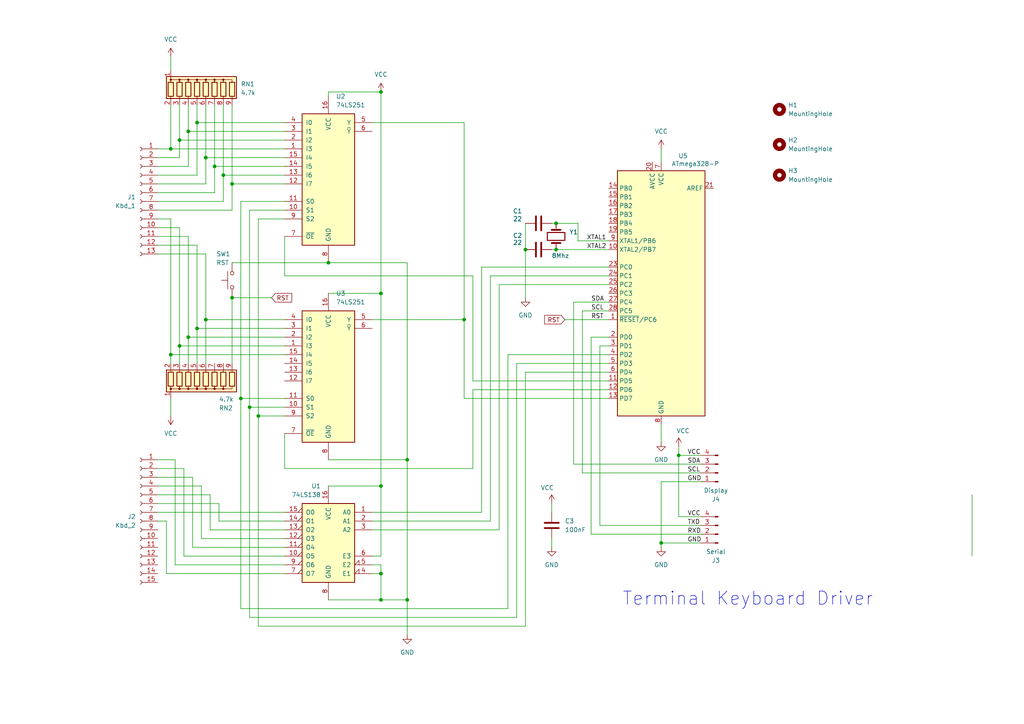
<source format=kicad_sch>
(kicad_sch (version 20231120) (generator "eeschema") (generator_version "8.0")
  (paper "A4")
  (lib_symbols
    (symbol "74xx:74LS138" (pin_names (offset 1.016))
      (property "Reference" "U" (at -7.62 11.43 0))
      (property "Value" "74LS138" (at -7.62 -13.97 0))
      (symbol "74LS138_1_0"
        (pin input line (at -12.7 7.62 0) (length 5.08) (name "A0") (number "1"))
        (pin output output_low (at 12.7 -5.08 180) (length 5.08) (name "O5") (number "10"))
        (pin output output_low (at 12.7 -2.54 180) (length 5.08) (name "O4") (number "11"))
        (pin output output_low (at 12.7 0 180) (length 5.08) (name "O3") (number "12"))
        (pin output output_low (at 12.7 2.54 180) (length 5.08) (name "O2") (number "13"))
        (pin output output_low (at 12.7 5.08 180) (length 5.08) (name "O1") (number "14"))
        (pin output output_low (at 12.7 7.62 180) (length 5.08) (name "O0") (number "15"))
        (pin power_in line (at 0 15.24 270) (length 5.08) (name "VCC") (number "16"))
        (pin input line (at -12.7 5.08 0) (length 5.08) (name "A1") (number "2"))
        (pin input line (at -12.7 2.54 0) (length 5.08) (name "A2") (number "3"))
        (pin input input_low (at -12.7 -10.16 0) (length 5.08) (name "E1") (number "4"))
        (pin input input_low (at -12.7 -7.62 0) (length 5.08) (name "E2") (number "5"))
        (pin input line (at -12.7 -5.08 0) (length 5.08) (name "E3") (number "6"))
        (pin output output_low (at 12.7 -10.16 180) (length 5.08) (name "O7") (number "7"))
        (pin power_in line (at 0 -17.78 90) (length 5.08) (name "GND") (number "8"))
        (pin output output_low (at 12.7 -7.62 180) (length 5.08) (name "O6") (number "9"))
      )
      (symbol "74LS138_1_1"
        (rectangle (start -7.62 10.16) (end 7.62 -12.7) (stroke (width 0.254)) (fill (type background)))
      )
    )
    (symbol "74xx:74LS251" (pin_names (offset 1.016))
      (property "Reference" "U" (at -7.62 19.05 0))
      (property "Value" "74LS251" (at -7.62 -21.59 0))
      (symbol "74LS251_1_0"
        (pin input line (at -12.7 7.62 0) (length 5.08) (name "I3") (number "1"))
        (pin input line (at -12.7 -10.16 0) (length 5.08) (name "S1") (number "10"))
        (pin input line (at -12.7 -7.62 0) (length 5.08) (name "S0") (number "11"))
        (pin input line (at -12.7 -2.54 0) (length 5.08) (name "I7") (number "12"))
        (pin input line (at -12.7 0 0) (length 5.08) (name "I6") (number "13"))
        (pin input line (at -12.7 2.54 0) (length 5.08) (name "I5") (number "14"))
        (pin input line (at -12.7 5.08 0) (length 5.08) (name "I4") (number "15"))
        (pin power_in line (at 0 22.86 270) (length 5.08) (name "VCC") (number "16"))
        (pin input line (at -12.7 10.16 0) (length 5.08) (name "I2") (number "2"))
        (pin input line (at -12.7 12.7 0) (length 5.08) (name "I1") (number "3"))
        (pin input line (at -12.7 15.24 0) (length 5.08) (name "I0") (number "4"))
        (pin tri_state line (at 12.7 15.24 180) (length 5.08) (name "Y") (number "5"))
        (pin tri_state line (at 12.7 12.7 180) (length 5.08) (name "~{Y}") (number "6"))
        (pin input line (at -12.7 -17.78 0) (length 5.08) (name "~{OE}") (number "7"))
        (pin power_in line (at 0 -25.4 90) (length 5.08) (name "GND") (number "8"))
        (pin input line (at -12.7 -12.7 0) (length 5.08) (name "S2") (number "9"))
      )
      (symbol "74LS251_1_1"
        (rectangle (start -7.62 17.78) (end 7.62 -20.32) (stroke (width 0.254)) (fill (type background)))
      )
    )
    (symbol "Connector:Conn_01x04_Pin" (pin_names (offset 1.016) hide)
      (property "Reference" "J" (at 0 5.08 0))
      (property "Value" "Conn_01x04_Pin" (at 0 -7.62 0))
      (symbol "Conn_01x04_Pin_1_1"
        (polyline (pts (xy 1.27 -5.08) (xy 0.8636 -5.08)) (stroke (width 0.1524)))
        (polyline (pts (xy 1.27 -2.54) (xy 0.8636 -2.54)) (stroke (width 0.1524)))
        (polyline (pts (xy 1.27 0) (xy 0.8636 0)) (stroke (width 0.1524)))
        (polyline (pts (xy 1.27 2.54) (xy 0.8636 2.54)) (stroke (width 0.1524)))
        (rectangle (start 0.8636 -4.953) (end 0 -5.207) (stroke (width 0.1524)) (fill (type outline)))
        (rectangle (start 0.8636 -2.413) (end 0 -2.667) (stroke (width 0.1524)) (fill (type outline)))
        (rectangle (start 0.8636 0.127) (end 0 -0.127) (stroke (width 0.1524)) (fill (type outline)))
        (rectangle (start 0.8636 2.667) (end 0 2.413) (stroke (width 0.1524)) (fill (type outline)))
        (pin passive line (at 5.08 2.54 180) (length 3.81) (name "Pin_1") (number "1"))
        (pin passive line (at 5.08 0 180) (length 3.81) (name "Pin_2") (number "2"))
        (pin passive line (at 5.08 -2.54 180) (length 3.81) (name "Pin_3") (number "3"))
        (pin passive line (at 5.08 -5.08 180) (length 3.81) (name "Pin_4") (number "4"))
      )
    )
    (symbol "Connector:Conn_01x13_Socket" (pin_names (offset 1.016) hide)
      (property "Reference" "J" (at 0 17.78 0))
      (property "Value" "Conn_01x13_Socket" (at 0 -17.78 0))
      (symbol "Conn_01x13_Socket_1_1"
        (arc (start 0 -14.732) (mid -0.5058 -15.24) (end 0 -15.748) (stroke (width 0.1524)))
        (arc (start 0 -12.192) (mid -0.5058 -12.7) (end 0 -13.208) (stroke (width 0.1524)))
        (arc (start 0 -9.652) (mid -0.5058 -10.16) (end 0 -10.668) (stroke (width 0.1524)))
        (arc (start 0 -7.112) (mid -0.5058 -7.62) (end 0 -8.128) (stroke (width 0.1524)))
        (arc (start 0 -4.572) (mid -0.5058 -5.08) (end 0 -5.588) (stroke (width 0.1524)))
        (arc (start 0 -2.032) (mid -0.5058 -2.54) (end 0 -3.048) (stroke (width 0.1524)))
        (polyline (pts (xy -1.27 -15.24) (xy -0.508 -15.24)) (stroke (width 0.1524)))
        (polyline (pts (xy -1.27 -12.7) (xy -0.508 -12.7)) (stroke (width 0.1524)))
        (polyline (pts (xy -1.27 -10.16) (xy -0.508 -10.16)) (stroke (width 0.1524)))
        (polyline (pts (xy -1.27 -7.62) (xy -0.508 -7.62)) (stroke (width 0.1524)))
        (polyline (pts (xy -1.27 -5.08) (xy -0.508 -5.08)) (stroke (width 0.1524)))
        (polyline (pts (xy -1.27 -2.54) (xy -0.508 -2.54)) (stroke (width 0.1524)))
        (polyline (pts (xy -1.27 0) (xy -0.508 0)) (stroke (width 0.1524)))
        (polyline (pts (xy -1.27 2.54) (xy -0.508 2.54)) (stroke (width 0.1524)))
        (polyline (pts (xy -1.27 5.08) (xy -0.508 5.08)) (stroke (width 0.1524)))
        (polyline (pts (xy -1.27 7.62) (xy -0.508 7.62)) (stroke (width 0.1524)))
        (polyline (pts (xy -1.27 10.16) (xy -0.508 10.16)) (stroke (width 0.1524)))
        (polyline (pts (xy -1.27 12.7) (xy -0.508 12.7)) (stroke (width 0.1524)))
        (polyline (pts (xy -1.27 15.24) (xy -0.508 15.24)) (stroke (width 0.1524)))
        (arc (start 0 0.508) (mid -0.5058 0) (end 0 -0.508) (stroke (width 0.1524)))
        (arc (start 0 3.048) (mid -0.5058 2.54) (end 0 2.032) (stroke (width 0.1524)))
        (arc (start 0 5.588) (mid -0.5058 5.08) (end 0 4.572) (stroke (width 0.1524)))
        (arc (start 0 8.128) (mid -0.5058 7.62) (end 0 7.112) (stroke (width 0.1524)))
        (arc (start 0 10.668) (mid -0.5058 10.16) (end 0 9.652) (stroke (width 0.1524)))
        (arc (start 0 13.208) (mid -0.5058 12.7) (end 0 12.192) (stroke (width 0.1524)))
        (arc (start 0 15.748) (mid -0.5058 15.24) (end 0 14.732) (stroke (width 0.1524)))
        (pin passive line (at -5.08 15.24 0) (length 3.81) (name "Pin_1") (number "1"))
        (pin passive line (at -5.08 -7.62 0) (length 3.81) (name "Pin_10") (number "10"))
        (pin passive line (at -5.08 -10.16 0) (length 3.81) (name "Pin_11") (number "11"))
        (pin passive line (at -5.08 -12.7 0) (length 3.81) (name "Pin_12") (number "12"))
        (pin passive line (at -5.08 -15.24 0) (length 3.81) (name "Pin_13") (number "13"))
        (pin passive line (at -5.08 12.7 0) (length 3.81) (name "Pin_2") (number "2"))
        (pin passive line (at -5.08 10.16 0) (length 3.81) (name "Pin_3") (number "3"))
        (pin passive line (at -5.08 7.62 0) (length 3.81) (name "Pin_4") (number "4"))
        (pin passive line (at -5.08 5.08 0) (length 3.81) (name "Pin_5") (number "5"))
        (pin passive line (at -5.08 2.54 0) (length 3.81) (name "Pin_6") (number "6"))
        (pin passive line (at -5.08 0 0) (length 3.81) (name "Pin_7") (number "7"))
        (pin passive line (at -5.08 -2.54 0) (length 3.81) (name "Pin_8") (number "8"))
        (pin passive line (at -5.08 -5.08 0) (length 3.81) (name "Pin_9") (number "9"))
      )
    )
    (symbol "Connector:Conn_01x15_Socket" (pin_names (offset 1.016) hide)
      (property "Reference" "J" (at 0 20.32 0))
      (property "Value" "Conn_01x15_Socket" (at 0 -20.32 0))
      (symbol "Conn_01x15_Socket_1_1"
        (arc (start 0 -17.272) (mid -0.5058 -17.78) (end 0 -18.288) (stroke (width 0.1524)))
        (arc (start 0 -14.732) (mid -0.5058 -15.24) (end 0 -15.748) (stroke (width 0.1524)))
        (arc (start 0 -12.192) (mid -0.5058 -12.7) (end 0 -13.208) (stroke (width 0.1524)))
        (arc (start 0 -9.652) (mid -0.5058 -10.16) (end 0 -10.668) (stroke (width 0.1524)))
        (arc (start 0 -7.112) (mid -0.5058 -7.62) (end 0 -8.128) (stroke (width 0.1524)))
        (arc (start 0 -4.572) (mid -0.5058 -5.08) (end 0 -5.588) (stroke (width 0.1524)))
        (arc (start 0 -2.032) (mid -0.5058 -2.54) (end 0 -3.048) (stroke (width 0.1524)))
        (polyline (pts (xy -1.27 -17.78) (xy -0.508 -17.78)) (stroke (width 0.1524)))
        (polyline (pts (xy -1.27 -15.24) (xy -0.508 -15.24)) (stroke (width 0.1524)))
        (polyline (pts (xy -1.27 -12.7) (xy -0.508 -12.7)) (stroke (width 0.1524)))
        (polyline (pts (xy -1.27 -10.16) (xy -0.508 -10.16)) (stroke (width 0.1524)))
        (polyline (pts (xy -1.27 -7.62) (xy -0.508 -7.62)) (stroke (width 0.1524)))
        (polyline (pts (xy -1.27 -5.08) (xy -0.508 -5.08)) (stroke (width 0.1524)))
        (polyline (pts (xy -1.27 -2.54) (xy -0.508 -2.54)) (stroke (width 0.1524)))
        (polyline (pts (xy -1.27 0) (xy -0.508 0)) (stroke (width 0.1524)))
        (polyline (pts (xy -1.27 2.54) (xy -0.508 2.54)) (stroke (width 0.1524)))
        (polyline (pts (xy -1.27 5.08) (xy -0.508 5.08)) (stroke (width 0.1524)))
        (polyline (pts (xy -1.27 7.62) (xy -0.508 7.62)) (stroke (width 0.1524)))
        (polyline (pts (xy -1.27 10.16) (xy -0.508 10.16)) (stroke (width 0.1524)))
        (polyline (pts (xy -1.27 12.7) (xy -0.508 12.7)) (stroke (width 0.1524)))
        (polyline (pts (xy -1.27 15.24) (xy -0.508 15.24)) (stroke (width 0.1524)))
        (polyline (pts (xy -1.27 17.78) (xy -0.508 17.78)) (stroke (width 0.1524)))
        (arc (start 0 0.508) (mid -0.5058 0) (end 0 -0.508) (stroke (width 0.1524)))
        (arc (start 0 3.048) (mid -0.5058 2.54) (end 0 2.032) (stroke (width 0.1524)))
        (arc (start 0 5.588) (mid -0.5058 5.08) (end 0 4.572) (stroke (width 0.1524)))
        (arc (start 0 8.128) (mid -0.5058 7.62) (end 0 7.112) (stroke (width 0.1524)))
        (arc (start 0 10.668) (mid -0.5058 10.16) (end 0 9.652) (stroke (width 0.1524)))
        (arc (start 0 13.208) (mid -0.5058 12.7) (end 0 12.192) (stroke (width 0.1524)))
        (arc (start 0 15.748) (mid -0.5058 15.24) (end 0 14.732) (stroke (width 0.1524)))
        (arc (start 0 18.288) (mid -0.5058 17.78) (end 0 17.272) (stroke (width 0.1524)))
        (pin passive line (at -5.08 17.78 0) (length 3.81) (name "Pin_1") (number "1"))
        (pin passive line (at -5.08 -5.08 0) (length 3.81) (name "Pin_10") (number "10"))
        (pin passive line (at -5.08 -7.62 0) (length 3.81) (name "Pin_11") (number "11"))
        (pin passive line (at -5.08 -10.16 0) (length 3.81) (name "Pin_12") (number "12"))
        (pin passive line (at -5.08 -12.7 0) (length 3.81) (name "Pin_13") (number "13"))
        (pin passive line (at -5.08 -15.24 0) (length 3.81) (name "Pin_14") (number "14"))
        (pin passive line (at -5.08 -17.78 0) (length 3.81) (name "Pin_15") (number "15"))
        (pin passive line (at -5.08 15.24 0) (length 3.81) (name "Pin_2") (number "2"))
        (pin passive line (at -5.08 12.7 0) (length 3.81) (name "Pin_3") (number "3"))
        (pin passive line (at -5.08 10.16 0) (length 3.81) (name "Pin_4") (number "4"))
        (pin passive line (at -5.08 7.62 0) (length 3.81) (name "Pin_5") (number "5"))
        (pin passive line (at -5.08 5.08 0) (length 3.81) (name "Pin_6") (number "6"))
        (pin passive line (at -5.08 2.54 0) (length 3.81) (name "Pin_7") (number "7"))
        (pin passive line (at -5.08 0 0) (length 3.81) (name "Pin_8") (number "8"))
        (pin passive line (at -5.08 -2.54 0) (length 3.81) (name "Pin_9") (number "9"))
      )
    )
    (symbol "Device:C" (pin_numbers hide) (pin_names (offset 0.254))
      (property "Reference" "C" (at 0.635 2.54 0))
      (property "Value" "C" (at 0.635 -2.54 0))
      (symbol "C_0_1"
        (polyline (pts (xy -2.032 -0.762) (xy 2.032 -0.762)) (stroke (width 0.508)))
        (polyline (pts (xy -2.032 0.762) (xy 2.032 0.762)) (stroke (width 0.508)))
      )
      (symbol "C_1_1"
        (pin passive line (at 0 3.81 270) (length 2.794) (name "~") (number "1"))
        (pin passive line (at 0 -3.81 90) (length 2.794) (name "~") (number "2"))
      )
    )
    (symbol "Device:Crystal" (pin_numbers hide) (pin_names (offset 1.016) hide)
      (property "Reference" "Y" (at 0 3.81 0))
      (property "Value" "Crystal" (at 0 -3.81 0))
      (symbol "Crystal_0_1"
        (rectangle (start -1.143 2.54) (end 1.143 -2.54) (stroke (width 0.3048)))
        (polyline (pts (xy -2.54 0) (xy -1.905 0)))
        (polyline (pts (xy -1.905 -1.27) (xy -1.905 1.27)) (stroke (width 0.508)))
        (polyline (pts (xy 1.905 -1.27) (xy 1.905 1.27)) (stroke (width 0.508)))
        (polyline (pts (xy 2.54 0) (xy 1.905 0)))
      )
      (symbol "Crystal_1_1"
        (pin passive line (at -3.81 0 0) (length 1.27) (name "1") (number "1"))
        (pin passive line (at 3.81 0 180) (length 1.27) (name "2") (number "2"))
      )
    )
    (symbol "Device:R_Network08" (pin_names (offset 0) hide)
      (property "Reference" "RN" (at -12.7 0 90))
      (property "Value" "R_Network08" (at 10.16 0 90))
      (symbol "R_Network08_0_1"
        (rectangle (start -11.43 -3.175) (end 8.89 3.175) (stroke (width 0.254)) (fill (type background)))
        (rectangle (start -10.922 1.524) (end -9.398 -2.54) (stroke (width 0.254)))
        (circle (center -10.16 2.286) (radius 0.254) (fill (type outline)))
        (rectangle (start -8.382 1.524) (end -6.858 -2.54) (stroke (width 0.254)))
        (circle (center -7.62 2.286) (radius 0.254) (fill (type outline)))
        (rectangle (start -5.842 1.524) (end -4.318 -2.54) (stroke (width 0.254)))
        (circle (center -5.08 2.286) (radius 0.254) (fill (type outline)))
        (rectangle (start -3.302 1.524) (end -1.778 -2.54) (stroke (width 0.254)))
        (circle (center -2.54 2.286) (radius 0.254) (fill (type outline)))
        (rectangle (start -0.762 1.524) (end 0.762 -2.54) (stroke (width 0.254)))
        (polyline (pts (xy -10.16 -2.54) (xy -10.16 -3.81)))
        (polyline (pts (xy -7.62 -2.54) (xy -7.62 -3.81)))
        (polyline (pts (xy -5.08 -2.54) (xy -5.08 -3.81)))
        (polyline (pts (xy -2.54 -2.54) (xy -2.54 -3.81)))
        (polyline (pts (xy 0 -2.54) (xy 0 -3.81)))
        (polyline (pts (xy 2.54 -2.54) (xy 2.54 -3.81)))
        (polyline (pts (xy 5.08 -2.54) (xy 5.08 -3.81)))
        (polyline (pts (xy 7.62 -2.54) (xy 7.62 -3.81)))
        (polyline (pts (xy -10.16 1.524) (xy -10.16 2.286) (xy -7.62 2.286) (xy -7.62 1.524)))
        (polyline (pts (xy -7.62 1.524) (xy -7.62 2.286) (xy -5.08 2.286) (xy -5.08 1.524)))
        (polyline (pts (xy -5.08 1.524) (xy -5.08 2.286) (xy -2.54 2.286) (xy -2.54 1.524)))
        (polyline (pts (xy -2.54 1.524) (xy -2.54 2.286) (xy 0 2.286) (xy 0 1.524)))
        (polyline (pts (xy 0 1.524) (xy 0 2.286) (xy 2.54 2.286) (xy 2.54 1.524)))
        (polyline (pts (xy 2.54 1.524) (xy 2.54 2.286) (xy 5.08 2.286) (xy 5.08 1.524)))
        (polyline (pts (xy 5.08 1.524) (xy 5.08 2.286) (xy 7.62 2.286) (xy 7.62 1.524)))
        (circle (center 0 2.286) (radius 0.254) (fill (type outline)))
        (rectangle (start 1.778 1.524) (end 3.302 -2.54) (stroke (width 0.254)))
        (circle (center 2.54 2.286) (radius 0.254) (fill (type outline)))
        (rectangle (start 4.318 1.524) (end 5.842 -2.54) (stroke (width 0.254)))
        (circle (center 5.08 2.286) (radius 0.254) (fill (type outline)))
        (rectangle (start 6.858 1.524) (end 8.382 -2.54) (stroke (width 0.254)))
      )
      (symbol "R_Network08_1_1"
        (pin passive line (at -10.16 5.08 270) (length 2.54) (name "common") (number "1"))
        (pin passive line (at -10.16 -5.08 90) (length 1.27) (name "R1") (number "2"))
        (pin passive line (at -7.62 -5.08 90) (length 1.27) (name "R2") (number "3"))
        (pin passive line (at -5.08 -5.08 90) (length 1.27) (name "R3") (number "4"))
        (pin passive line (at -2.54 -5.08 90) (length 1.27) (name "R4") (number "5"))
        (pin passive line (at 0 -5.08 90) (length 1.27) (name "R5") (number "6"))
        (pin passive line (at 2.54 -5.08 90) (length 1.27) (name "R6") (number "7"))
        (pin passive line (at 5.08 -5.08 90) (length 1.27) (name "R7") (number "8"))
        (pin passive line (at 7.62 -5.08 90) (length 1.27) (name "R8") (number "9"))
      )
    )
    (symbol "GND_1" (power) (pin_numbers hide) (pin_names (offset 0) hide)
      (property "Value" "GND" (at 0 -3.81 0))
      (symbol "GND_1_0_1"
        (polyline (pts (xy 0 0) (xy 0 -1.27) (xy 1.27 -1.27) (xy 0 -2.54) (xy -1.27 -1.27) (xy 0 -1.27)))
      )
      (symbol "GND_1_1_1"
        (pin power_in line (at 0 0 270) (length 0) (name "~") (number "1"))
      )
    )
    (symbol "GND_2" (power) (pin_numbers hide) (pin_names (offset 0) hide)
      (property "Value" "GND" (at 0 -3.81 0))
      (symbol "GND_2_0_1"
        (polyline (pts (xy 0 0) (xy 0 -1.27) (xy 1.27 -1.27) (xy 0 -2.54) (xy -1.27 -1.27) (xy 0 -1.27)))
      )
      (symbol "GND_2_1_1"
        (pin power_in line (at 0 0 270) (length 0) (name "~") (number "1"))
      )
    )
    (symbol "MCU_Microchip_ATmega:ATmega328-P"
      (property "Reference" "U" (at -12.7 36.83 0))
      (property "Value" "ATmega328-P" (at 2.54 -36.83 0))
      (symbol "ATmega328-P_0_1"
        (rectangle (start -12.7 -35.56) (end 12.7 35.56) (stroke (width 0.254)) (fill (type background)))
      )
      (symbol "ATmega328-P_1_1"
        (pin bidirectional line (at 15.24 -7.62 180) (length 2.54) (name "~{RESET}/PC6") (number "1"))
        (pin bidirectional line (at 15.24 12.7 180) (length 2.54) (name "XTAL2/PB7") (number "10"))
        (pin bidirectional line (at 15.24 -25.4 180) (length 2.54) (name "PD5") (number "11"))
        (pin bidirectional line (at 15.24 -27.94 180) (length 2.54) (name "PD6") (number "12"))
        (pin bidirectional line (at 15.24 -30.48 180) (length 2.54) (name "PD7") (number "13"))
        (pin bidirectional line (at 15.24 30.48 180) (length 2.54) (name "PB0") (number "14"))
        (pin bidirectional line (at 15.24 27.94 180) (length 2.54) (name "PB1") (number "15"))
        (pin bidirectional line (at 15.24 25.4 180) (length 2.54) (name "PB2") (number "16"))
        (pin bidirectional line (at 15.24 22.86 180) (length 2.54) (name "PB3") (number "17"))
        (pin bidirectional line (at 15.24 20.32 180) (length 2.54) (name "PB4") (number "18"))
        (pin bidirectional line (at 15.24 17.78 180) (length 2.54) (name "PB5") (number "19"))
        (pin bidirectional line (at 15.24 -12.7 180) (length 2.54) (name "PD0") (number "2"))
        (pin power_in line (at 2.54 38.1 270) (length 2.54) (name "AVCC") (number "20"))
        (pin passive line (at -15.24 30.48 0) (length 2.54) (name "AREF") (number "21"))
        (pin passive line (at 0 -38.1 90) (length 2.54) hide (name "GND") (number "22"))
        (pin bidirectional line (at 15.24 7.62 180) (length 2.54) (name "PC0") (number "23"))
        (pin bidirectional line (at 15.24 5.08 180) (length 2.54) (name "PC1") (number "24"))
        (pin bidirectional line (at 15.24 2.54 180) (length 2.54) (name "PC2") (number "25"))
        (pin bidirectional line (at 15.24 0 180) (length 2.54) (name "PC3") (number "26"))
        (pin bidirectional line (at 15.24 -2.54 180) (length 2.54) (name "PC4") (number "27"))
        (pin bidirectional line (at 15.24 -5.08 180) (length 2.54) (name "PC5") (number "28"))
        (pin bidirectional line (at 15.24 -15.24 180) (length 2.54) (name "PD1") (number "3"))
        (pin bidirectional line (at 15.24 -17.78 180) (length 2.54) (name "PD2") (number "4"))
        (pin bidirectional line (at 15.24 -20.32 180) (length 2.54) (name "PD3") (number "5"))
        (pin bidirectional line (at 15.24 -22.86 180) (length 2.54) (name "PD4") (number "6"))
        (pin power_in line (at 0 38.1 270) (length 2.54) (name "VCC") (number "7"))
        (pin power_in line (at 0 -38.1 90) (length 2.54) (name "GND") (number "8"))
        (pin bidirectional line (at 15.24 15.24 180) (length 2.54) (name "XTAL1/PB6") (number "9"))
      )
    )
    (symbol "Mechanical:MountingHole" (pin_names (offset 1.016)) (exclude_from_sim yes) (in_bom no)
      (property "Reference" "H" (at 0 5.08 0))
      (property "Value" "MountingHole" (at 0 3.175 0))
      (symbol "MountingHole_0_1"
        (circle (center 0 0) (radius 1.27) (stroke (width 1.27)))
      )
    )
    (symbol "Switch:SW_Push" (pin_numbers hide) (pin_names (offset 1.016) hide)
      (property "Reference" "SW" (at 1.27 2.54 0))
      (property "Value" "SW_Push" (at 0 -1.524 0))
      (symbol "SW_Push_0_1"
        (circle (center -2.032 0) (radius 0.508))
        (polyline (pts (xy 0 1.27) (xy 0 3.048)))
        (polyline (pts (xy 2.54 1.27) (xy -2.54 1.27)))
        (circle (center 2.032 0) (radius 0.508))
        (pin passive line (at -5.08 0 0) (length 2.54) (name "1") (number "1"))
        (pin passive line (at 5.08 0 180) (length 2.54) (name "2") (number "2"))
      )
    )
    (symbol "VCC_1" (power) (pin_numbers hide) (pin_names (offset 0) hide)
      (property "Value" "VCC" (at 0 3.556 0))
      (symbol "VCC_1_0_1"
        (polyline (pts (xy -0.762 1.27) (xy 0 2.54)))
        (polyline (pts (xy 0 0) (xy 0 2.54)))
        (polyline (pts (xy 0 2.54) (xy 0.762 1.27)))
      )
      (symbol "VCC_1_1_1"
        (pin power_in line (at 0 0 90) (length 0) (name "~") (number "1"))
      )
    )
    (symbol "VCC_2" (power) (pin_numbers hide) (pin_names (offset 0) hide)
      (property "Value" "VCC" (at 0 3.556 0))
      (symbol "VCC_2_0_1"
        (polyline (pts (xy -0.762 1.27) (xy 0 2.54)))
        (polyline (pts (xy 0 0) (xy 0 2.54)))
        (polyline (pts (xy 0 2.54) (xy 0.762 1.27)))
      )
      (symbol "VCC_2_1_1"
        (pin power_in line (at 0 0 90) (length 0) (name "~") (number "1"))
      )
    )
    (symbol "power:GND" (power) (pin_names (offset 0))
      (property "Value" "GND" (at 0 -3.81 0))
      (symbol "GND_0_1"
        (polyline (pts (xy 0 0) (xy 0 -1.27) (xy 1.27 -1.27) (xy 0 -2.54) (xy -1.27 -1.27) (xy 0 -1.27)))
      )
      (symbol "GND_1_1"
        (pin power_in line (at 0 0 270) (length 0) hide (name "GND") (number "1"))
      )
    )
    (symbol "power:VCC" (power) (pin_names (offset 0))
      (property "Value" "VCC" (at 0 3.81 0))
      (symbol "VCC_0_1"
        (polyline (pts (xy -0.762 1.27) (xy 0 2.54)))
        (polyline (pts (xy 0 0) (xy 0 2.54)))
        (polyline (pts (xy 0 2.54) (xy 0.762 1.27)))
      )
      (symbol "VCC_1_1"
        (pin power_in line (at 0 0 90) (length 0) hide (name "VCC") (number "1"))
      )
    )
  )
  (junction (at 49.53 43.18))
  (junction (at 134.62 92.71))
  (junction (at 110.49 26.67))
  (junction (at 110.49 85.09))
  (junction (at 67.31 86.36))
  (junction (at 161.29 72.39))
  (junction (at 67.31 53.34))
  (junction (at 52.07 40.64))
  (junction (at 110.49 140.97))
  (junction (at 49.53 102.87))
  (junction (at 95.25 76.2))
  (junction (at 110.49 166.37))
  (junction (at 72.39 118.11))
  (junction (at 59.69 92.71))
  (junction (at 110.49 173.99))
  (junction (at 161.29 64.77))
  (junction (at 191.77 157.48))
  (junction (at 62.23 48.26))
  (junction (at 118.11 173.99))
  (junction (at 57.15 35.56))
  (junction (at 118.11 133.35))
  (junction (at 59.69 45.72))
  (junction (at 152.4 72.39))
  (junction (at 69.85 115.57))
  (junction (at 64.77 50.8))
  (junction (at 57.15 95.25))
  (junction (at 196.85 132.08))
  (junction (at 54.61 38.1))
  (junction (at 52.07 100.33))
  (junction (at 74.93 120.65))
  (junction (at 54.61 97.79))
  (wire (pts (xy 45.72 60.96) (xy 67.31 60.96)))
  (wire (pts (xy 54.61 48.26) (xy 54.61 38.1)))
  (wire (pts (xy 161.29 72.39) (xy 176.53 72.39)))
  (wire (pts (xy 64.77 58.42) (xy 64.77 50.8)))
  (wire (pts (xy 57.15 95.25) (xy 57.15 71.12)))
  (wire (pts (xy 54.61 97.79) (xy 82.55 97.79)))
  (wire (pts (xy 67.31 86.36) (xy 67.31 105.41)))
  (wire (pts (xy 191.77 157.48) (xy 191.77 158.75)))
  (wire (pts (xy 167.64 69.85) (xy 176.53 69.85)))
  (wire (pts (xy 118.11 173.99) (xy 118.11 184.15)))
  (wire (pts (xy 53.34 135.89) (xy 53.34 161.29)))
  (wire (pts (xy 62.23 30.48) (xy 62.23 48.26)))
  (wire (pts (xy 63.5 151.13) (xy 82.55 151.13)))
  (wire (pts (xy 50.8 163.83) (xy 50.8 133.35)))
  (wire (pts (xy 139.7 77.47) (xy 176.53 77.47)))
  (wire (pts (xy 176.53 115.57) (xy 134.62 115.57)))
  (wire (pts (xy 45.72 146.05) (xy 63.5 146.05)))
  (wire (pts (xy 54.61 30.48) (xy 54.61 38.1)))
  (wire (pts (xy 45.72 48.26) (xy 54.61 48.26)))
  (wire (pts (xy 107.95 153.67) (xy 144.78 153.67)))
  (wire (pts (xy 45.72 68.58) (xy 54.61 68.58)))
  (wire (pts (xy 52.07 30.48) (xy 52.07 40.64)))
  (wire (pts (xy 110.49 166.37) (xy 110.49 173.99)))
  (wire (pts (xy 196.85 129.54) (xy 196.85 132.08)))
  (wire (pts (xy 72.39 118.11) (xy 72.39 179.07)))
  (wire (pts (xy 118.11 133.35) (xy 118.11 173.99)))
  (wire (pts (xy 191.77 123.19) (xy 191.77 128.27)))
  (wire (pts (xy 171.45 97.79) (xy 171.45 154.94)))
  (wire (pts (xy 167.64 64.77) (xy 167.64 69.85)))
  (wire (pts (xy 74.93 120.65) (xy 74.93 63.5)))
  (wire (pts (xy 134.62 92.71) (xy 134.62 115.57)))
  (wire (pts (xy 54.61 38.1) (xy 82.55 38.1)))
  (wire (pts (xy 54.61 97.79) (xy 54.61 68.58)))
  (wire (pts (xy 149.86 105.41) (xy 149.86 179.07)))
  (wire (pts (xy 45.72 50.8) (xy 57.15 50.8)))
  (wire (pts (xy 107.95 161.29) (xy 110.49 161.29)))
  (wire (pts (xy 144.78 82.55) (xy 176.53 82.55)))
  (wire (pts (xy 152.4 72.39) (xy 152.4 86.36)))
  (wire (pts (xy 64.77 50.8) (xy 82.55 50.8)))
  (wire (pts (xy 60.96 143.51) (xy 60.96 153.67)))
  (wire (pts (xy 110.49 173.99) (xy 118.11 173.99)))
  (wire (pts (xy 160.02 146.05) (xy 160.02 148.59)))
  (wire (pts (xy 53.34 161.29) (xy 82.55 161.29)))
  (wire (pts (xy 137.16 135.89) (xy 137.16 113.03)))
  (wire (pts (xy 82.55 115.57) (xy 69.85 115.57)))
  (wire (pts (xy 67.31 30.48) (xy 67.31 53.34)))
  (wire (pts (xy 57.15 71.12) (xy 45.72 71.12)))
  (wire (pts (xy 69.85 115.57) (xy 69.85 58.42)))
  (wire (pts (xy 52.07 45.72) (xy 52.07 40.64)))
  (wire (pts (xy 67.31 86.36) (xy 78.74 86.36)))
  (wire (pts (xy 45.72 55.88) (xy 62.23 55.88)))
  (wire (pts (xy 49.53 102.87) (xy 49.53 105.41)))
  (wire (pts (xy 137.16 113.03) (xy 176.53 113.03)))
  (wire (pts (xy 49.53 115.57) (xy 49.53 120.65)))
  (wire (pts (xy 176.53 110.49) (xy 137.16 110.49)))
  (wire (pts (xy 196.85 132.08) (xy 196.85 149.86)))
  (wire (pts (xy 74.93 63.5) (xy 82.55 63.5)))
  (wire (pts (xy 55.88 138.43) (xy 55.88 158.75)))
  (wire (pts (xy 166.37 87.63) (xy 166.37 134.62)))
  (wire (pts (xy 48.26 166.37) (xy 82.55 166.37)))
  (wire (pts (xy 59.69 92.71) (xy 59.69 73.66)))
  (wire (pts (xy 144.78 153.67) (xy 144.78 82.55)))
  (wire (pts (xy 95.25 133.35) (xy 118.11 133.35)))
  (wire (pts (xy 95.25 27.94) (xy 95.25 26.67)))
  (wire (pts (xy 95.25 85.09) (xy 110.49 85.09)))
  (wire (pts (xy 152.4 64.77) (xy 152.4 72.39)))
  (wire (pts (xy 60.96 153.67) (xy 82.55 153.67)))
  (wire (pts (xy 49.53 102.87) (xy 82.55 102.87)))
  (wire (pts (xy 52.07 100.33) (xy 52.07 66.04)))
  (wire (pts (xy 62.23 48.26) (xy 82.55 48.26)))
  (wire (pts (xy 57.15 95.25) (xy 82.55 95.25)))
  (wire (pts (xy 110.49 85.09) (xy 110.49 140.97)))
  (wire (pts (xy 166.37 87.63) (xy 176.53 87.63)))
  (wire (pts (xy 67.31 76.2) (xy 95.25 76.2)))
  (wire (pts (xy 142.24 80.01) (xy 176.53 80.01)))
  (wire (pts (xy 142.24 151.13) (xy 107.95 151.13)))
  (wire (pts (xy 82.55 68.58) (xy 82.55 80.01)))
  (wire (pts (xy 49.53 63.5) (xy 45.72 63.5)))
  (wire (pts (xy 110.49 140.97) (xy 95.25 140.97)))
  (wire (pts (xy 49.53 30.48) (xy 49.53 43.18)))
  (wire (pts (xy 50.8 133.35) (xy 45.72 133.35)))
  (wire (pts (xy 110.49 140.97) (xy 110.49 161.29)))
  (wire (pts (xy 139.7 148.59) (xy 107.95 148.59)))
  (wire (pts (xy 54.61 97.79) (xy 54.61 105.41)))
  (wire (pts (xy 134.62 35.56) (xy 134.62 92.71)))
  (wire (pts (xy 45.72 45.72) (xy 52.07 45.72)))
  (wire (pts (xy 57.15 95.25) (xy 57.15 105.41)))
  (wire (pts (xy 69.85 115.57) (xy 69.85 176.53)))
  (wire (pts (xy 58.42 156.21) (xy 82.55 156.21)))
  (wire (pts (xy 107.95 166.37) (xy 110.49 166.37)))
  (wire (pts (xy 57.15 35.56) (xy 82.55 35.56)))
  (wire (pts (xy 191.77 157.48) (xy 203.2 157.48)))
  (wire (pts (xy 48.26 166.37) (xy 48.26 151.13)))
  (wire (pts (xy 107.95 35.56) (xy 134.62 35.56)))
  (wire (pts (xy 57.15 50.8) (xy 57.15 35.56)))
  (wire (pts (xy 203.2 132.08) (xy 196.85 132.08)))
  (wire (pts (xy 62.23 55.88) (xy 62.23 48.26)))
  (wire (pts (xy 161.29 64.77) (xy 167.64 64.77)))
  (wire (pts (xy 160.02 72.39) (xy 161.29 72.39)))
  (wire (pts (xy 110.49 26.67) (xy 110.49 85.09)))
  (wire (pts (xy 160.02 64.77) (xy 161.29 64.77)))
  (wire (pts (xy 107.95 92.71) (xy 134.62 92.71)))
  (wire (pts (xy 82.55 118.11) (xy 72.39 118.11)))
  (wire (pts (xy 173.99 100.33) (xy 173.99 152.4)))
  (wire (pts (xy 147.32 102.87) (xy 147.32 176.53)))
  (wire (pts (xy 163.83 92.71) (xy 176.53 92.71)))
  (wire (pts (xy 137.16 80.01) (xy 137.16 110.49)))
  (wire (pts (xy 72.39 60.96) (xy 82.55 60.96)))
  (wire (pts (xy 203.2 139.7) (xy 191.77 139.7)))
  (wire (pts (xy 152.4 107.95) (xy 176.53 107.95)))
  (wire (pts (xy 142.24 80.01) (xy 142.24 151.13)))
  (wire (pts (xy 64.77 30.48) (xy 64.77 50.8)))
  (wire (pts (xy 139.7 77.47) (xy 139.7 148.59)))
  (wire (pts (xy 281.94 161.29) (xy 281.94 143.51)))
  (wire (pts (xy 118.11 76.2) (xy 118.11 133.35)))
  (wire (pts (xy 58.42 140.97) (xy 58.42 156.21)))
  (wire (pts (xy 63.5 146.05) (xy 63.5 151.13)))
  (wire (pts (xy 160.02 156.21) (xy 160.02 158.75)))
  (wire (pts (xy 52.07 40.64) (xy 82.55 40.64)))
  (wire (pts (xy 52.07 100.33) (xy 52.07 105.41)))
  (wire (pts (xy 52.07 66.04) (xy 45.72 66.04)))
  (wire (pts (xy 95.25 173.99) (xy 110.49 173.99)))
  (wire (pts (xy 173.99 152.4) (xy 203.2 152.4)))
  (wire (pts (xy 176.53 97.79) (xy 171.45 97.79)))
  (wire (pts (xy 69.85 176.53) (xy 147.32 176.53)))
  (wire (pts (xy 168.91 137.16) (xy 203.2 137.16)))
  (wire (pts (xy 45.72 43.18) (xy 49.53 43.18)))
  (wire (pts (xy 196.85 149.86) (xy 203.2 149.86)))
  (wire (pts (xy 95.25 76.2) (xy 118.11 76.2)))
  (wire (pts (xy 95.25 26.67) (xy 110.49 26.67)))
  (wire (pts (xy 110.49 163.83) (xy 110.49 166.37)))
  (wire (pts (xy 45.72 140.97) (xy 58.42 140.97)))
  (wire (pts (xy 45.72 58.42) (xy 64.77 58.42)))
  (wire (pts (xy 59.69 45.72) (xy 82.55 45.72)))
  (wire (pts (xy 49.53 43.18) (xy 82.55 43.18)))
  (wire (pts (xy 107.95 163.83) (xy 110.49 163.83)))
  (wire (pts (xy 166.37 134.62) (xy 203.2 134.62)))
  (wire (pts (xy 45.72 135.89) (xy 53.34 135.89)))
  (wire (pts (xy 57.15 30.48) (xy 57.15 35.56)))
  (wire (pts (xy 45.72 53.34) (xy 59.69 53.34)))
  (wire (pts (xy 52.07 100.33) (xy 82.55 100.33)))
  (wire (pts (xy 82.55 80.01) (xy 137.16 80.01)))
  (wire (pts (xy 82.55 163.83) (xy 50.8 163.83)))
  (wire (pts (xy 149.86 105.41) (xy 176.53 105.41)))
  (wire (pts (xy 191.77 43.18) (xy 191.77 46.99)))
  (wire (pts (xy 147.32 102.87) (xy 176.53 102.87)))
  (wire (pts (xy 191.77 139.7) (xy 191.77 157.48)))
  (wire (pts (xy 45.72 138.43) (xy 55.88 138.43)))
  (wire (pts (xy 82.55 120.65) (xy 74.93 120.65)))
  (wire (pts (xy 59.69 73.66) (xy 45.72 73.66)))
  (wire (pts (xy 59.69 92.71) (xy 82.55 92.71)))
  (wire (pts (xy 49.53 102.87) (xy 49.53 63.5)))
  (wire (pts (xy 59.69 105.41) (xy 59.69 92.71)))
  (wire (pts (xy 168.91 90.17) (xy 176.53 90.17)))
  (wire (pts (xy 72.39 118.11) (xy 72.39 60.96)))
  (wire (pts (xy 72.39 179.07) (xy 149.86 179.07)))
  (wire (pts (xy 48.26 151.13) (xy 45.72 151.13)))
  (wire (pts (xy 49.53 16.51) (xy 49.53 20.32)))
  (wire (pts (xy 168.91 90.17) (xy 168.91 137.16)))
  (wire (pts (xy 59.69 30.48) (xy 59.69 45.72)))
  (wire (pts (xy 171.45 154.94) (xy 203.2 154.94)))
  (wire (pts (xy 176.53 100.33) (xy 173.99 100.33)))
  (wire (pts (xy 67.31 53.34) (xy 82.55 53.34)))
  (wire (pts (xy 55.88 158.75) (xy 82.55 158.75)))
  (wire (pts (xy 59.69 53.34) (xy 59.69 45.72)))
  (wire (pts (xy 45.72 143.51) (xy 60.96 143.51)))
  (wire (pts (xy 69.85 58.42) (xy 82.55 58.42)))
  (wire (pts (xy 152.4 107.95) (xy 152.4 181.61)))
  (wire (pts (xy 82.55 135.89) (xy 137.16 135.89)))
  (wire (pts (xy 74.93 120.65) (xy 74.93 181.61)))
  (wire (pts (xy 45.72 148.59) (xy 82.55 148.59)))
  (wire (pts (xy 74.93 181.61) (xy 152.4 181.61)))
  (wire (pts (xy 82.55 125.73) (xy 82.55 135.89)))
  (wire (pts (xy 67.31 60.96) (xy 67.31 53.34)))
  (text "Terminal Keyboard Driver" (at 216.916 173.736 0) (effects (font (size 3.81 3.81))))
  (label "VCC" (at 199.39 132.08 0))
  (label "GND" (at 199.39 139.7 0))
  (label "SCL" (at 171.45 90.17 0))
  (label "RXD" (at 199.39 154.94 0))
  (label "RST" (at 171.45 92.71 0))
  (label "SDA" (at 199.39 134.62 0))
  (label "XTAL1" (at 170.18 69.85 0))
  (label "TXD" (at 199.39 152.4 0))
  (label "XTAL2" (at 170.18 72.39 0))
  (label "GND" (at 199.39 157.48 0))
  (label "VCC" (at 199.39 149.86 0))
  (label "SDA" (at 171.45 87.63 0))
  (label "SCL" (at 199.39 137.16 0))
  (global_label "RST" (shape input) (at 78.74 86.36 0) (property "Intersheetrefs" "${INTERSHEET_REFS}" (effects (hide yes))))
  (global_label "RST" (shape input) (at 163.83 92.71 180) (property "Intersheetrefs" "${INTERSHEET_REFS}" (effects (hide yes))))
  (symbol (lib_id "power:VCC") (at 49.53 16.51 0) (unit 1)
    (property "Reference" "#PWR03" (effects (hide yes)))
    (property "Value" "VCC" (at 49.53 11.43 0))
  )
  (symbol (lib_id "Device:R_Network08") (at 59.69 110.49 0) (mirror x) (unit 1)
    (property "Reference" "RN2" (at 63.5 118.364 0) (effects (justify left)))
    (property "Value" "4.7k" (at 63.5 115.824 0) (effects (justify left)))
    (property "Footprint" "Resistor_THT:R_Array_SIP9" (effects (hide yes)))
    (property "Datasheet" "http://www.vishay.com/docs/31509/csc.pdf" (effects (hide yes)))
    (property "Description" "8 resistor network, star topology, bussed resistors, small symbol" (effects (hide yes)))
  )
  (symbol (lib_name "GND_1") (lib_id "power:GND") (at 191.77 128.27 0) (unit 1)
    (property "Reference" "#PWR05" (effects (hide yes)))
    (property "Value" "GND" (at 191.77 133.35 0))
    (property "Description" "Power symbol creates a global label with name \"GND\" , ground" (effects (hide yes)))
  )
  (symbol (lib_id "Connector:Conn_01x15_Socket") (at 40.64 151.13 0) (mirror y) (unit 1)
    (property "Reference" "J2" (at 39.37 149.86 0) (effects (justify left)))
    (property "Value" "Kbd_2" (at 39.37 152.4 0) (effects (justify left)))
    (property "Footprint" "Connector_PinSocket_2.54mm:PinSocket_1x15_P2.54mm_Vertical" (effects (hide yes)))
  )
  (symbol (lib_id "power:GND") (at 152.4 86.36 0) (unit 1)
    (property "Reference" "#PWR07" (effects (hide yes)))
    (property "Value" "GND" (at 152.4 91.44 0))
    (property "Description" "Power symbol creates a global label with name \"GND\" , ground" (effects (hide yes)))
  )
  (symbol (lib_id "Device:C") (at 156.21 64.77 90) (unit 1)
    (property "Reference" "C1" (at 150.114 61.214 90))
    (property "Value" "22" (at 150.114 63.5 90))
    (property "Footprint" "Capacitor_THT:C_Disc_D5.0mm_W2.5mm_P2.50mm" (effects (hide yes)))
    (property "Description" "Unpolarized capacitor" (effects (hide yes)))
  )
  (symbol (lib_id "power:VCC") (at 110.49 26.67 0) (unit 1)
    (property "Reference" "#PWR02" (effects (hide yes)))
    (property "Value" "VCC" (at 110.49 21.59 0))
  )
  (symbol (lib_id "Device:C") (at 160.02 152.4 0) (unit 1)
    (property "Reference" "C3" (at 163.83 151.1299 0) (effects (justify left)))
    (property "Value" "100nF" (at 163.83 153.6699 0) (effects (justify left)))
    (property "Footprint" "Capacitor_THT:C_Disc_D5.0mm_W2.5mm_P5.00mm" (effects (hide yes)))
    (property "Description" "Unpolarized capacitor" (effects (hide yes)))
  )
  (symbol (lib_id "Device:R_Network08") (at 59.69 25.4 0) (unit 1)
    (property "Reference" "RN1" (at 69.85 24.3839 0) (effects (justify left)))
    (property "Value" "4.7k" (at 69.85 26.9239 0) (effects (justify left)))
    (property "Footprint" "Resistor_THT:R_Array_SIP9" (effects (hide yes)))
    (property "Datasheet" "http://www.vishay.com/docs/31509/csc.pdf" (effects (hide yes)))
    (property "Description" "8 resistor network, star topology, bussed resistors, small symbol" (effects (hide yes)))
  )
  (symbol (lib_id "Mechanical:MountingHole") (at 226.06 41.91 0) (unit 1) (exclude_from_sim yes) (in_bom no)
    (property "Reference" "H2" (at 228.6 40.6399 0) (effects (justify left)))
    (property "Value" "MountingHole" (at 228.6 43.1799 0) (effects (justify left)))
    (property "Footprint" "MountingHole:MountingHole_2.5mm" (effects (hide yes)))
    (property "Description" "Mounting Hole without connection" (effects (hide yes)))
  )
  (symbol (lib_id "MCU_Microchip_ATmega:ATmega328-P") (at 191.77 85.09 0) (mirror y) (unit 1)
    (property "Reference" "U5" (at 198.12 45.212 0))
    (property "Value" "ATmega328-P" (at 201.676 47.498 0))
    (property "Footprint" "Package_DIP:DIP-28_W7.62mm" (effects (hide yes)))
    (property "Datasheet" "http://ww1.microchip.com/downloads/en/DeviceDoc/ATmega328_P%20AVR%20MCU%20with%20picoPower%20Technology%20Data%20Sheet%2040001984A.pdf" (effects (hide yes)))
    (property "Description" "20MHz, 32kB Flash, 2kB SRAM, 1kB EEPROM, DIP-28" (effects (hide yes)))
  )
  (symbol (lib_id "Connector:Conn_01x04_Pin") (at 208.28 154.94 180) (unit 1)
    (property "Reference" "J3" (at 207.645 162.56 0))
    (property "Value" "Serial" (at 207.645 160.02 0))
    (property "Footprint" "Connector_PinHeader_2.54mm:PinHeader_1x04_P2.54mm_Horizontal" (effects (hide yes)))
    (property "Description" "Generic connector, single row, 01x04, script generated" (effects (hide yes)))
  )
  (symbol (lib_name "VCC_1") (lib_id "power:VCC") (at 191.77 43.18 0) (unit 1)
    (property "Reference" "#PWR04" (effects (hide yes)))
    (property "Value" "VCC" (at 191.77 38.1 0))
    (property "Description" "Power symbol creates a global label with name \"VCC\"" (effects (hide yes)))
  )
  (symbol (lib_id "power:VCC") (at 49.53 120.65 180) (unit 1)
    (property "Reference" "#PWR06" (effects (hide yes)))
    (property "Value" "VCC" (at 49.53 125.73 0))
  )
  (symbol (lib_id "74xx:74LS251") (at 95.25 50.8 0) (unit 1)
    (property "Reference" "U2" (at 97.4441 27.94 0) (effects (justify left)))
    (property "Value" "74LS251" (at 97.4441 30.48 0) (effects (justify left)))
    (property "Footprint" "Package_DIP:DIP-16_W7.62mm" (effects (hide yes)))
    (property "Datasheet" "http://www.ti.com/lit/gpn/sn74LS251" (effects (hide yes)))
  )
  (symbol (lib_name "GND_2") (lib_id "power:GND") (at 160.02 158.75 0) (unit 1)
    (property "Reference" "#PWR011" (effects (hide yes)))
    (property "Value" "GND" (at 160.02 163.83 0))
    (property "Description" "Power symbol creates a global label with name \"GND\" , ground" (effects (hide yes)))
  )
  (symbol (lib_id "74xx:74LS138") (at 95.25 156.21 0) (mirror y) (unit 1)
    (property "Reference" "U1" (at 93.0559 140.97 0) (effects (justify left)))
    (property "Value" "74LS138" (at 93.0559 143.51 0) (effects (justify left)))
    (property "Footprint" "Package_DIP:DIP-16_W7.62mm" (effects (hide yes)))
    (property "Datasheet" "http://www.ti.com/lit/gpn/sn74LS138" (effects (hide yes)))
  )
  (symbol (lib_name "VCC_2") (lib_id "power:VCC") (at 196.85 129.54 0) (unit 1)
    (property "Reference" "#PWR09" (effects (hide yes)))
    (property "Value" "VCC" (at 198.12 124.968 0))
    (property "Description" "Power symbol creates a global label with name \"VCC\"" (effects (hide yes)))
  )
  (symbol (lib_id "Mechanical:MountingHole") (at 226.06 31.75 0) (unit 1) (exclude_from_sim yes) (in_bom no)
    (property "Reference" "H1" (at 228.6 30.4799 0) (effects (justify left)))
    (property "Value" "MountingHole" (at 228.6 33.0199 0) (effects (justify left)))
    (property "Footprint" "MountingHole:MountingHole_2.5mm" (effects (hide yes)))
    (property "Description" "Mounting Hole without connection" (effects (hide yes)))
  )
  (symbol (lib_id "74xx:74LS251") (at 95.25 107.95 0) (unit 1)
    (property "Reference" "U3" (at 97.4441 85.09 0) (effects (justify left)))
    (property "Value" "74LS251" (at 97.4441 87.63 0) (effects (justify left)))
    (property "Footprint" "Package_DIP:DIP-16_W7.62mm" (effects (hide yes)))
    (property "Datasheet" "http://www.ti.com/lit/gpn/sn74LS251" (effects (hide yes)))
  )
  (symbol (lib_id "Connector:Conn_01x13_Socket") (at 40.64 58.42 0) (mirror y) (unit 1)
    (property "Reference" "J1" (at 39.37 57.15 0) (effects (justify left)))
    (property "Value" "Kbd_1" (at 39.37 59.69 0) (effects (justify left)))
    (property "Footprint" "Connector_PinSocket_2.54mm:PinSocket_1x13_P2.54mm_Vertical" (effects (hide yes)))
  )
  (symbol (lib_name "VCC_2") (lib_id "power:VCC") (at 160.02 146.05 0) (mirror y) (unit 1)
    (property "Reference" "#PWR010" (effects (hide yes)))
    (property "Value" "VCC" (at 158.75 141.478 0))
    (property "Description" "Power symbol creates a global label with name \"VCC\"" (effects (hide yes)))
  )
  (symbol (lib_id "Mechanical:MountingHole") (at 226.06 50.8 0) (unit 1) (exclude_from_sim yes) (in_bom no)
    (property "Reference" "H3" (at 228.6 49.5299 0) (effects (justify left)))
    (property "Value" "MountingHole" (at 228.6 52.0699 0) (effects (justify left)))
    (property "Footprint" "MountingHole:MountingHole_2.5mm" (effects (hide yes)))
    (property "Description" "Mounting Hole without connection" (effects (hide yes)))
  )
  (symbol (lib_name "GND_2") (lib_id "power:GND") (at 191.77 158.75 0) (unit 1)
    (property "Reference" "#PWR08" (effects (hide yes)))
    (property "Value" "GND" (at 191.77 163.83 0))
    (property "Description" "Power symbol creates a global label with name \"GND\" , ground" (effects (hide yes)))
  )
  (symbol (lib_id "Device:C") (at 156.21 72.39 90) (unit 1)
    (property "Reference" "C2" (at 150.114 68.326 90))
    (property "Value" "22" (at 150.114 70.358 90))
    (property "Footprint" "Capacitor_THT:C_Disc_D5.0mm_W2.5mm_P2.50mm" (effects (hide yes)))
    (property "Description" "Unpolarized capacitor" (effects (hide yes)))
  )
  (symbol (lib_id "Device:Crystal") (at 161.29 68.58 90) (unit 1)
    (property "Reference" "Y1" (at 165.1 67.3099 90) (effects (justify right)))
    (property "Value" "8Mhz" (at 160.02 74.168 90) (effects (justify right)))
    (property "Footprint" "Crystal:Crystal_HC18-U_Vertical" (effects (hide yes)))
    (property "Description" "Two pin crystal" (effects (hide yes)))
  )
  (symbol (lib_id "Connector:Conn_01x04_Pin") (at 208.28 137.16 180) (unit 1)
    (property "Reference" "J4" (at 207.645 144.78 0))
    (property "Value" "Display" (at 207.645 142.24 0))
    (property "Footprint" "Connector_PinHeader_2.54mm:PinHeader_1x04_P2.54mm_Horizontal" (effects (hide yes)))
    (property "Description" "Generic connector, single row, 01x04, script generated" (effects (hide yes)))
  )
  (symbol (lib_id "power:GND") (at 118.11 184.15 0) (unit 1)
    (property "Reference" "#PWR01" (effects (hide yes)))
    (property "Value" "GND" (at 118.11 189.23 0))
  )
  (symbol (lib_id "Switch:SW_Push") (at 67.31 81.28 90) (unit 1)
    (property "Reference" "SW1" (at 62.738 73.66 90) (effects (justify right)))
    (property "Value" "RST" (at 62.738 76.2 90) (effects (justify right)))
    (property "Footprint" "Button_Switch_THT:SW_PUSH_6mm" (effects (hide yes)))
    (property "Description" "Push button switch, generic, two pins" (effects (hide yes)))
  )
)
</source>
